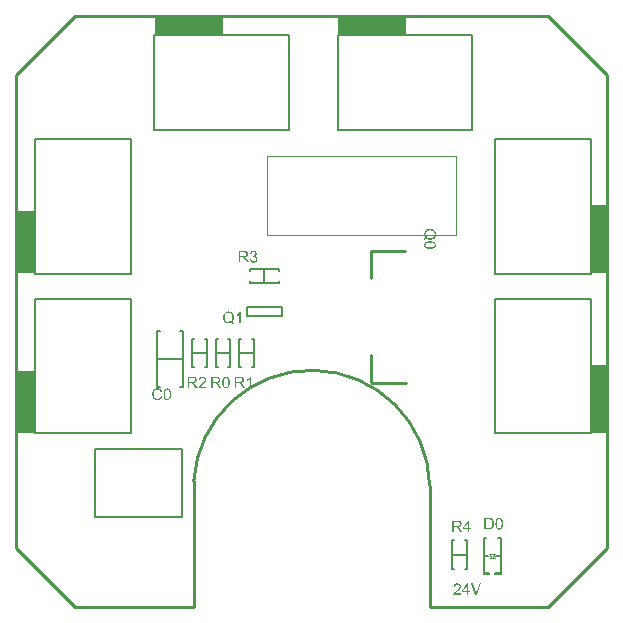
<source format=gto>
G04 Layer_Color=15065295*
%FSLAX44Y44*%
%MOMM*%
G71*
G01*
G75*
%ADD17C,0.2540*%
%ADD29C,0.1500*%
%ADD30C,0.1016*%
%ADD31C,0.1000*%
%ADD32C,0.2032*%
%ADD33C,0.2000*%
%ADD34R,5.8070X1.5630*%
%ADD35R,1.5630X5.3070*%
%ADD36R,1.5630X5.3070*%
%ADD37R,1.3230X5.8070*%
G36*
X169638Y194741D02*
X169765D01*
X170061Y194727D01*
X170371Y194685D01*
X170709Y194642D01*
X171019Y194572D01*
X171175Y194530D01*
X171301Y194487D01*
X171315D01*
X171330Y194473D01*
X171414Y194431D01*
X171541Y194375D01*
X171696Y194276D01*
X171865Y194149D01*
X172048Y193980D01*
X172218Y193782D01*
X172387Y193557D01*
Y193543D01*
X172401Y193529D01*
X172457Y193444D01*
X172514Y193303D01*
X172598Y193120D01*
X172669Y192908D01*
X172739Y192655D01*
X172782Y192387D01*
X172796Y192091D01*
Y192077D01*
Y192048D01*
Y191992D01*
X172782Y191922D01*
Y191823D01*
X172767Y191724D01*
X172711Y191485D01*
X172626Y191203D01*
X172514Y190907D01*
X172344Y190611D01*
X172232Y190470D01*
X172119Y190329D01*
X172105Y190315D01*
X172091Y190301D01*
X172048Y190258D01*
X171992Y190216D01*
X171922Y190159D01*
X171837Y190103D01*
X171724Y190033D01*
X171611Y189948D01*
X171471Y189878D01*
X171315Y189807D01*
X171146Y189722D01*
X170963Y189652D01*
X170752Y189596D01*
X170540Y189525D01*
X170301Y189483D01*
X170047Y189441D01*
X170075Y189426D01*
X170131Y189398D01*
X170216Y189342D01*
X170329Y189286D01*
X170582Y189130D01*
X170709Y189032D01*
X170822Y188947D01*
X170850Y188919D01*
X170921Y188848D01*
X171033Y188736D01*
X171175Y188595D01*
X171330Y188397D01*
X171513Y188186D01*
X171696Y187932D01*
X171893Y187650D01*
X173571Y185000D01*
X171964D01*
X170681Y187030D01*
Y187044D01*
X170653Y187072D01*
X170625Y187115D01*
X170582Y187171D01*
X170484Y187326D01*
X170357Y187523D01*
X170202Y187735D01*
X170047Y187960D01*
X169892Y188172D01*
X169751Y188369D01*
X169737Y188383D01*
X169694Y188440D01*
X169624Y188524D01*
X169525Y188623D01*
X169314Y188834D01*
X169201Y188933D01*
X169088Y189018D01*
X169074Y189032D01*
X169046Y189046D01*
X168990Y189074D01*
X168905Y189116D01*
X168820Y189159D01*
X168722Y189201D01*
X168496Y189271D01*
X168482D01*
X168454Y189286D01*
X168397D01*
X168327Y189300D01*
X168228Y189314D01*
X168115D01*
X167960Y189328D01*
X166297D01*
Y185000D01*
X165000D01*
Y194755D01*
X169525D01*
X169638Y194741D01*
D02*
G37*
G36*
X177800Y194783D02*
X177983Y194755D01*
X178195Y194713D01*
X178420Y194657D01*
X178660Y194586D01*
X178885Y194473D01*
X178900D01*
X178914Y194459D01*
X178984Y194417D01*
X179097Y194346D01*
X179238Y194248D01*
X179393Y194107D01*
X179562Y193952D01*
X179717Y193768D01*
X179872Y193557D01*
X179886Y193529D01*
X179943Y193458D01*
X179999Y193331D01*
X180098Y193148D01*
X180182Y192937D01*
X180295Y192697D01*
X180394Y192415D01*
X180478Y192105D01*
Y192091D01*
X180493Y192063D01*
X180507Y192020D01*
X180521Y191950D01*
X180535Y191865D01*
X180549Y191767D01*
X180577Y191640D01*
X180591Y191499D01*
X180620Y191344D01*
X180634Y191175D01*
X180648Y190977D01*
X180676Y190780D01*
X180690Y190554D01*
Y190329D01*
X180704Y190075D01*
Y189807D01*
Y189793D01*
Y189737D01*
Y189638D01*
Y189525D01*
X180690Y189370D01*
Y189201D01*
X180676Y189018D01*
X180662Y188820D01*
X180620Y188369D01*
X180549Y187904D01*
X180464Y187453D01*
X180408Y187241D01*
X180338Y187030D01*
Y187016D01*
X180323Y186988D01*
X180295Y186931D01*
X180267Y186861D01*
X180239Y186762D01*
X180182Y186663D01*
X180070Y186424D01*
X179929Y186170D01*
X179746Y185888D01*
X179534Y185634D01*
X179280Y185395D01*
X179266D01*
X179252Y185366D01*
X179210Y185338D01*
X179153Y185310D01*
X179083Y185268D01*
X179012Y185212D01*
X178801Y185113D01*
X178547Y185014D01*
X178251Y184915D01*
X177899Y184859D01*
X177518Y184831D01*
X177377D01*
X177278Y184845D01*
X177166Y184859D01*
X177025Y184887D01*
X176870Y184915D01*
X176700Y184958D01*
X176531Y185014D01*
X176348Y185070D01*
X176165Y185155D01*
X175982Y185254D01*
X175798Y185366D01*
X175615Y185508D01*
X175446Y185663D01*
X175291Y185832D01*
X175277Y185846D01*
X175249Y185888D01*
X175206Y185959D01*
X175136Y186071D01*
X175065Y186198D01*
X174995Y186367D01*
X174896Y186565D01*
X174811Y186790D01*
X174727Y187044D01*
X174642Y187340D01*
X174558Y187664D01*
X174487Y188031D01*
X174417Y188426D01*
X174375Y188848D01*
X174346Y189314D01*
X174332Y189807D01*
Y189821D01*
Y189878D01*
Y189976D01*
Y190089D01*
X174346Y190244D01*
Y190413D01*
X174360Y190597D01*
X174375Y190808D01*
X174417Y191245D01*
X174487Y191710D01*
X174572Y192175D01*
X174628Y192387D01*
X174685Y192598D01*
Y192612D01*
X174699Y192641D01*
X174727Y192697D01*
X174755Y192768D01*
X174783Y192866D01*
X174840Y192965D01*
X174953Y193204D01*
X175093Y193458D01*
X175277Y193726D01*
X175488Y193994D01*
X175742Y194219D01*
X175756D01*
X175770Y194248D01*
X175812Y194276D01*
X175869Y194304D01*
X175939Y194360D01*
X176024Y194403D01*
X176235Y194515D01*
X176489Y194614D01*
X176785Y194713D01*
X177138Y194769D01*
X177518Y194797D01*
X177645D01*
X177800Y194783D01*
D02*
G37*
G36*
X350583Y319916D02*
X350710D01*
X350865Y319902D01*
X351034Y319888D01*
X351217Y319860D01*
X351626Y319789D01*
X352063Y319690D01*
X352528Y319549D01*
X352980Y319352D01*
X352994Y319338D01*
X353036Y319324D01*
X353092Y319296D01*
X353177Y319239D01*
X353276Y319183D01*
X353388Y319112D01*
X353656Y318915D01*
X353938Y318689D01*
X354234Y318393D01*
X354530Y318069D01*
X354784Y317689D01*
X354798Y317675D01*
X354812Y317632D01*
X354840Y317576D01*
X354883Y317491D01*
X354925Y317393D01*
X354981Y317280D01*
X355038Y317139D01*
X355094Y316984D01*
X355150Y316800D01*
X355207Y316617D01*
X355306Y316208D01*
X355376Y315757D01*
X355404Y315518D01*
Y315264D01*
Y315250D01*
Y315208D01*
Y315137D01*
X355390Y315038D01*
Y314911D01*
X355376Y314785D01*
X355348Y314615D01*
X355320Y314446D01*
X355249Y314080D01*
X355136Y313657D01*
X354967Y313248D01*
X354869Y313037D01*
X354756Y312825D01*
X354742Y312811D01*
X354728Y312783D01*
X354685Y312726D01*
X354643Y312642D01*
X354573Y312557D01*
X354488Y312444D01*
X354291Y312205D01*
X354037Y311951D01*
X353727Y311669D01*
X353360Y311401D01*
X352951Y311176D01*
X352937D01*
X352895Y311148D01*
X352839Y311119D01*
X352754Y311091D01*
X352641Y311035D01*
X352514Y310993D01*
X352359Y310936D01*
X352190Y310880D01*
X352007Y310837D01*
X351810Y310781D01*
X351598Y310725D01*
X351373Y310682D01*
X350879Y310626D01*
X350358Y310598D01*
X350160D01*
X350047Y310612D01*
X349921D01*
X349780Y310626D01*
X349639Y310640D01*
X349300Y310682D01*
X348934Y310753D01*
X348553Y310837D01*
X348187Y310964D01*
X348172D01*
X348144Y310978D01*
X348088Y311007D01*
X348032Y311035D01*
X347947Y311077D01*
X347848Y311119D01*
X347623Y311232D01*
X347355Y311387D01*
X347073Y311585D01*
X346791Y311810D01*
X346509Y312064D01*
Y312050D01*
X346481Y312022D01*
X346453Y311979D01*
X346410Y311909D01*
X346354Y311838D01*
X346298Y311740D01*
X346171Y311528D01*
X346016Y311274D01*
X345861Y310993D01*
X345734Y310697D01*
X345607Y310415D01*
X344719Y310795D01*
Y310809D01*
X344733Y310837D01*
X344761Y310894D01*
X344789Y310978D01*
X344832Y311077D01*
X344888Y311190D01*
X344944Y311317D01*
X345015Y311458D01*
X345184Y311768D01*
X345381Y312120D01*
X345635Y312501D01*
X345917Y312896D01*
Y312910D01*
X345889Y312938D01*
X345861Y313008D01*
X345818Y313079D01*
X345776Y313192D01*
X345720Y313304D01*
X345677Y313445D01*
X345621Y313600D01*
X345565Y313770D01*
X345508Y313953D01*
X345410Y314362D01*
X345339Y314813D01*
X345325Y315052D01*
X345311Y315292D01*
Y315306D01*
Y315348D01*
Y315419D01*
X345325Y315518D01*
Y315630D01*
X345339Y315771D01*
X345367Y315926D01*
X345395Y316096D01*
X345466Y316462D01*
X345579Y316871D01*
X345734Y317294D01*
X345832Y317491D01*
X345945Y317703D01*
X345959Y317717D01*
X345973Y317745D01*
X346016Y317801D01*
X346058Y317872D01*
X346129Y317971D01*
X346213Y318069D01*
X346410Y318309D01*
X346664Y318577D01*
X346974Y318845D01*
X347327Y319112D01*
X347735Y319352D01*
X347750D01*
X347792Y319380D01*
X347848Y319408D01*
X347933Y319437D01*
X348046Y319479D01*
X348172Y319535D01*
X348328Y319592D01*
X348497Y319634D01*
X348680Y319690D01*
X348877Y319747D01*
X349089Y319789D01*
X349328Y319845D01*
X349822Y319902D01*
X350344Y319930D01*
X350484D01*
X350583Y319916D01*
D02*
G37*
G36*
X198843Y185000D02*
X197645D01*
Y192626D01*
X197631Y192612D01*
X197560Y192556D01*
X197476Y192471D01*
X197335Y192373D01*
X197180Y192246D01*
X196982Y192105D01*
X196757Y191950D01*
X196503Y191795D01*
X196489D01*
X196475Y191781D01*
X196390Y191724D01*
X196249Y191654D01*
X196080Y191569D01*
X195883Y191471D01*
X195671Y191372D01*
X195460Y191273D01*
X195249Y191189D01*
Y192344D01*
X195263D01*
X195291Y192373D01*
X195347Y192387D01*
X195418Y192429D01*
X195502Y192471D01*
X195601Y192528D01*
X195841Y192669D01*
X196122Y192824D01*
X196404Y193021D01*
X196700Y193247D01*
X196997Y193486D01*
X197011Y193500D01*
X197025Y193515D01*
X197067Y193557D01*
X197123Y193599D01*
X197250Y193740D01*
X197419Y193909D01*
X197589Y194107D01*
X197772Y194332D01*
X197927Y194558D01*
X198068Y194797D01*
X198843D01*
Y185000D01*
D02*
G37*
G36*
X189638Y194741D02*
X189765D01*
X190061Y194727D01*
X190371Y194685D01*
X190709Y194642D01*
X191019Y194572D01*
X191175Y194530D01*
X191301Y194487D01*
X191315D01*
X191330Y194473D01*
X191414Y194431D01*
X191541Y194375D01*
X191696Y194276D01*
X191865Y194149D01*
X192048Y193980D01*
X192218Y193782D01*
X192387Y193557D01*
Y193543D01*
X192401Y193529D01*
X192457Y193444D01*
X192514Y193303D01*
X192598Y193120D01*
X192669Y192908D01*
X192739Y192655D01*
X192782Y192387D01*
X192796Y192091D01*
Y192077D01*
Y192048D01*
Y191992D01*
X192782Y191922D01*
Y191823D01*
X192768Y191724D01*
X192711Y191485D01*
X192626Y191203D01*
X192514Y190907D01*
X192344Y190611D01*
X192232Y190470D01*
X192119Y190329D01*
X192105Y190315D01*
X192091Y190301D01*
X192048Y190258D01*
X191992Y190216D01*
X191922Y190159D01*
X191837Y190103D01*
X191724Y190033D01*
X191611Y189948D01*
X191471Y189878D01*
X191315Y189807D01*
X191146Y189722D01*
X190963Y189652D01*
X190752Y189596D01*
X190540Y189525D01*
X190301Y189483D01*
X190047Y189441D01*
X190075Y189426D01*
X190131Y189398D01*
X190216Y189342D01*
X190329Y189286D01*
X190582Y189130D01*
X190709Y189032D01*
X190822Y188947D01*
X190850Y188919D01*
X190921Y188848D01*
X191033Y188736D01*
X191175Y188595D01*
X191330Y188397D01*
X191513Y188186D01*
X191696Y187932D01*
X191893Y187650D01*
X193571Y185000D01*
X191964D01*
X190681Y187030D01*
Y187044D01*
X190653Y187072D01*
X190625Y187115D01*
X190582Y187171D01*
X190484Y187326D01*
X190357Y187523D01*
X190202Y187735D01*
X190047Y187960D01*
X189892Y188172D01*
X189751Y188369D01*
X189737Y188383D01*
X189694Y188440D01*
X189624Y188524D01*
X189525Y188623D01*
X189314Y188834D01*
X189201Y188933D01*
X189088Y189018D01*
X189074Y189032D01*
X189046Y189046D01*
X188990Y189074D01*
X188905Y189116D01*
X188820Y189159D01*
X188722Y189201D01*
X188496Y189271D01*
X188482D01*
X188454Y189286D01*
X188397D01*
X188327Y189300D01*
X188228Y189314D01*
X188115D01*
X187960Y189328D01*
X186297D01*
Y185000D01*
X185000D01*
Y194755D01*
X189525D01*
X189638Y194741D01*
D02*
G37*
G36*
X190084Y240000D02*
X188886D01*
Y247626D01*
X188871Y247612D01*
X188801Y247556D01*
X188716Y247471D01*
X188575Y247373D01*
X188420Y247246D01*
X188223Y247105D01*
X187997Y246950D01*
X187744Y246795D01*
X187730D01*
X187715Y246781D01*
X187631Y246724D01*
X187490Y246654D01*
X187321Y246569D01*
X187123Y246471D01*
X186912Y246372D01*
X186700Y246273D01*
X186489Y246189D01*
Y247344D01*
X186503D01*
X186531Y247373D01*
X186588Y247387D01*
X186658Y247429D01*
X186743Y247471D01*
X186842Y247528D01*
X187081Y247669D01*
X187363Y247824D01*
X187645Y248021D01*
X187941Y248247D01*
X188237Y248486D01*
X188251Y248500D01*
X188265Y248515D01*
X188308Y248557D01*
X188364Y248599D01*
X188491Y248740D01*
X188660Y248909D01*
X188829Y249107D01*
X189012Y249332D01*
X189167Y249558D01*
X189308Y249797D01*
X190084D01*
Y240000D01*
D02*
G37*
G36*
X409130Y75189D02*
X409313Y75161D01*
X409525Y75119D01*
X409750Y75062D01*
X409990Y74992D01*
X410216Y74879D01*
X410230D01*
X410244Y74865D01*
X410314Y74823D01*
X410427Y74752D01*
X410568Y74654D01*
X410723Y74513D01*
X410892Y74358D01*
X411047Y74174D01*
X411202Y73963D01*
X411217Y73935D01*
X411273Y73864D01*
X411329Y73737D01*
X411428Y73554D01*
X411513Y73343D01*
X411625Y73103D01*
X411724Y72821D01*
X411809Y72511D01*
Y72497D01*
X411823Y72469D01*
X411837Y72426D01*
X411851Y72356D01*
X411865Y72271D01*
X411879Y72173D01*
X411907Y72046D01*
X411921Y71905D01*
X411950Y71750D01*
X411964Y71581D01*
X411978Y71383D01*
X412006Y71186D01*
X412020Y70960D01*
Y70735D01*
X412034Y70481D01*
Y70213D01*
Y70199D01*
Y70143D01*
Y70044D01*
Y69931D01*
X412020Y69776D01*
Y69607D01*
X412006Y69424D01*
X411992Y69226D01*
X411950Y68775D01*
X411879Y68310D01*
X411795Y67859D01*
X411738Y67647D01*
X411668Y67436D01*
Y67422D01*
X411654Y67394D01*
X411625Y67337D01*
X411597Y67267D01*
X411569Y67168D01*
X411513Y67069D01*
X411400Y66830D01*
X411259Y66576D01*
X411076Y66294D01*
X410864Y66040D01*
X410610Y65801D01*
X410596D01*
X410582Y65773D01*
X410540Y65744D01*
X410484Y65716D01*
X410413Y65674D01*
X410342Y65617D01*
X410131Y65519D01*
X409877Y65420D01*
X409581Y65321D01*
X409229Y65265D01*
X408848Y65237D01*
X408707D01*
X408609Y65251D01*
X408496Y65265D01*
X408355Y65293D01*
X408200Y65321D01*
X408031Y65364D01*
X407861Y65420D01*
X407678Y65476D01*
X407495Y65561D01*
X407312Y65660D01*
X407128Y65773D01*
X406945Y65914D01*
X406776Y66069D01*
X406621Y66238D01*
X406607Y66252D01*
X406579Y66294D01*
X406536Y66365D01*
X406466Y66477D01*
X406395Y66604D01*
X406325Y66773D01*
X406226Y66971D01*
X406142Y67196D01*
X406057Y67450D01*
X405972Y67746D01*
X405888Y68070D01*
X405817Y68437D01*
X405747Y68832D01*
X405705Y69254D01*
X405676Y69720D01*
X405662Y70213D01*
Y70227D01*
Y70284D01*
Y70382D01*
Y70495D01*
X405676Y70650D01*
Y70819D01*
X405690Y71002D01*
X405705Y71214D01*
X405747Y71651D01*
X405817Y72116D01*
X405902Y72581D01*
X405958Y72793D01*
X406015Y73004D01*
Y73018D01*
X406029Y73047D01*
X406057Y73103D01*
X406085Y73173D01*
X406113Y73272D01*
X406170Y73371D01*
X406283Y73610D01*
X406423Y73864D01*
X406607Y74132D01*
X406818Y74400D01*
X407072Y74625D01*
X407086D01*
X407100Y74654D01*
X407142Y74682D01*
X407199Y74710D01*
X407269Y74766D01*
X407354Y74809D01*
X407565Y74921D01*
X407819Y75020D01*
X408115Y75119D01*
X408468Y75175D01*
X408848Y75203D01*
X408975D01*
X409130Y75189D01*
D02*
G37*
G36*
X119835Y184910D02*
X119962Y184896D01*
X120117Y184882D01*
X120272Y184868D01*
X120456Y184826D01*
X120836Y184741D01*
X121259Y184614D01*
X121470Y184530D01*
X121668Y184431D01*
X121865Y184304D01*
X122063Y184177D01*
X122077Y184163D01*
X122105Y184149D01*
X122161Y184107D01*
X122232Y184036D01*
X122302Y183966D01*
X122401Y183867D01*
X122500Y183754D01*
X122612Y183641D01*
X122725Y183500D01*
X122838Y183331D01*
X122965Y183162D01*
X123078Y182979D01*
X123176Y182768D01*
X123289Y182556D01*
X123374Y182330D01*
X123458Y182077D01*
X122190Y181781D01*
Y181795D01*
X122175Y181823D01*
X122147Y181879D01*
X122119Y181950D01*
X122091Y182034D01*
X122049Y182147D01*
X121936Y182373D01*
X121795Y182626D01*
X121626Y182880D01*
X121414Y183120D01*
X121189Y183331D01*
X121160Y183360D01*
X121076Y183416D01*
X120935Y183486D01*
X120752Y183585D01*
X120512Y183670D01*
X120244Y183754D01*
X119920Y183811D01*
X119567Y183825D01*
X119455D01*
X119384Y183811D01*
X119285D01*
X119173Y183797D01*
X118905Y183754D01*
X118609Y183698D01*
X118299Y183599D01*
X117975Y183458D01*
X117678Y183275D01*
X117664D01*
X117650Y183247D01*
X117552Y183176D01*
X117425Y183064D01*
X117270Y182894D01*
X117086Y182683D01*
X116917Y182443D01*
X116762Y182147D01*
X116621Y181823D01*
Y181809D01*
X116607Y181781D01*
X116593Y181738D01*
X116579Y181668D01*
X116551Y181583D01*
X116523Y181485D01*
X116480Y181245D01*
X116424Y180963D01*
X116367Y180653D01*
X116339Y180315D01*
X116325Y179948D01*
Y179934D01*
Y179892D01*
Y179821D01*
Y179737D01*
X116339Y179638D01*
Y179511D01*
X116353Y179370D01*
X116367Y179215D01*
X116410Y178877D01*
X116480Y178510D01*
X116565Y178144D01*
X116678Y177777D01*
Y177763D01*
X116692Y177735D01*
X116720Y177693D01*
X116748Y177622D01*
X116833Y177453D01*
X116959Y177255D01*
X117114Y177030D01*
X117312Y176790D01*
X117537Y176579D01*
X117805Y176381D01*
X117819D01*
X117848Y176367D01*
X117890Y176339D01*
X117946Y176311D01*
X118017Y176283D01*
X118101Y176241D01*
X118299Y176156D01*
X118552Y176071D01*
X118834Y176001D01*
X119144Y175944D01*
X119469Y175930D01*
X119567D01*
X119652Y175944D01*
X119751D01*
X119849Y175959D01*
X120103Y176015D01*
X120399Y176085D01*
X120695Y176198D01*
X121005Y176353D01*
X121160Y176438D01*
X121301Y176551D01*
X121315Y176565D01*
X121330Y176579D01*
X121372Y176621D01*
X121428Y176663D01*
X121485Y176734D01*
X121555Y176819D01*
X121640Y176903D01*
X121710Y177016D01*
X121795Y177143D01*
X121893Y177284D01*
X121978Y177425D01*
X122063Y177594D01*
X122133Y177777D01*
X122204Y177974D01*
X122274Y178186D01*
X122330Y178412D01*
X123627Y178087D01*
Y178073D01*
X123613Y178017D01*
X123585Y177932D01*
X123543Y177819D01*
X123500Y177693D01*
X123444Y177537D01*
X123374Y177368D01*
X123289Y177185D01*
X123092Y176790D01*
X122838Y176396D01*
X122683Y176198D01*
X122528Y176001D01*
X122359Y175832D01*
X122161Y175663D01*
X122147Y175648D01*
X122119Y175620D01*
X122049Y175592D01*
X121978Y175536D01*
X121865Y175465D01*
X121753Y175395D01*
X121597Y175324D01*
X121442Y175254D01*
X121259Y175169D01*
X121062Y175099D01*
X120850Y175028D01*
X120625Y174958D01*
X120385Y174901D01*
X120131Y174873D01*
X119864Y174845D01*
X119581Y174831D01*
X119426D01*
X119314Y174845D01*
X119187D01*
X119032Y174859D01*
X118863Y174887D01*
X118665Y174915D01*
X118256Y174986D01*
X117833Y175099D01*
X117411Y175254D01*
X117213Y175352D01*
X117016Y175465D01*
X117002Y175479D01*
X116974Y175493D01*
X116917Y175536D01*
X116861Y175592D01*
X116776Y175648D01*
X116678Y175733D01*
X116565Y175832D01*
X116452Y175944D01*
X116339Y176071D01*
X116212Y176198D01*
X115959Y176523D01*
X115719Y176903D01*
X115507Y177326D01*
Y177340D01*
X115479Y177382D01*
X115465Y177453D01*
X115423Y177537D01*
X115395Y177650D01*
X115352Y177791D01*
X115296Y177946D01*
X115254Y178115D01*
X115211Y178299D01*
X115155Y178510D01*
X115085Y178947D01*
X115028Y179441D01*
X115000Y179948D01*
Y179962D01*
Y180019D01*
Y180103D01*
X115014Y180202D01*
Y180343D01*
X115028Y180484D01*
X115042Y180667D01*
X115070Y180850D01*
X115141Y181259D01*
X115240Y181710D01*
X115381Y182161D01*
X115578Y182598D01*
X115592Y182612D01*
X115606Y182655D01*
X115634Y182711D01*
X115691Y182782D01*
X115747Y182880D01*
X115818Y182993D01*
X116001Y183247D01*
X116241Y183529D01*
X116523Y183811D01*
X116847Y184093D01*
X117227Y184332D01*
X117241Y184346D01*
X117284Y184360D01*
X117340Y184389D01*
X117411Y184431D01*
X117523Y184473D01*
X117636Y184515D01*
X117777Y184572D01*
X117932Y184628D01*
X118101Y184685D01*
X118285Y184741D01*
X118679Y184826D01*
X119130Y184896D01*
X119596Y184924D01*
X119737D01*
X119835Y184910D01*
D02*
G37*
G36*
X400320Y75147D02*
X400602Y75133D01*
X400883Y75105D01*
X401165Y75062D01*
X401405Y75020D01*
X401419D01*
X401447Y75006D01*
X401490D01*
X401546Y74978D01*
X401701Y74936D01*
X401898Y74865D01*
X402124Y74766D01*
X402364Y74640D01*
X402603Y74499D01*
X402829Y74315D01*
X402843Y74301D01*
X402857Y74287D01*
X402899Y74245D01*
X402956Y74202D01*
X403097Y74061D01*
X403266Y73864D01*
X403449Y73625D01*
X403646Y73343D01*
X403830Y73018D01*
X403985Y72652D01*
Y72638D01*
X403999Y72610D01*
X404027Y72553D01*
X404041Y72469D01*
X404083Y72370D01*
X404112Y72257D01*
X404140Y72130D01*
X404182Y71975D01*
X404224Y71820D01*
X404253Y71637D01*
X404323Y71242D01*
X404365Y70805D01*
X404380Y70326D01*
Y70312D01*
Y70284D01*
Y70213D01*
Y70143D01*
X404365Y70044D01*
Y69931D01*
X404351Y69663D01*
X404309Y69353D01*
X404267Y69029D01*
X404196Y68691D01*
X404112Y68352D01*
Y68338D01*
X404098Y68310D01*
X404083Y68268D01*
X404069Y68211D01*
X404013Y68056D01*
X403928Y67859D01*
X403844Y67633D01*
X403731Y67408D01*
X403590Y67168D01*
X403449Y66943D01*
X403435Y66914D01*
X403379Y66844D01*
X403294Y66745D01*
X403181Y66618D01*
X403054Y66477D01*
X402899Y66336D01*
X402744Y66181D01*
X402561Y66055D01*
X402533Y66040D01*
X402476Y65998D01*
X402378Y65942D01*
X402237Y65871D01*
X402068Y65787D01*
X401870Y65716D01*
X401645Y65631D01*
X401391Y65561D01*
X401363D01*
X401320Y65547D01*
X401278Y65533D01*
X401137Y65519D01*
X400940Y65491D01*
X400714Y65462D01*
X400446Y65434D01*
X400150Y65420D01*
X399826Y65406D01*
X396316D01*
Y75161D01*
X400066D01*
X400320Y75147D01*
D02*
G37*
G36*
X179892Y249910D02*
X180019D01*
X180145Y249896D01*
X180315Y249868D01*
X180484Y249840D01*
X180850Y249769D01*
X181273Y249656D01*
X181682Y249487D01*
X181893Y249389D01*
X182105Y249276D01*
X182119Y249262D01*
X182147Y249248D01*
X182204Y249205D01*
X182288Y249163D01*
X182373Y249093D01*
X182486Y249008D01*
X182725Y248811D01*
X182979Y248557D01*
X183261Y248247D01*
X183529Y247880D01*
X183754Y247471D01*
Y247457D01*
X183782Y247415D01*
X183811Y247359D01*
X183839Y247274D01*
X183895Y247161D01*
X183937Y247034D01*
X183994Y246879D01*
X184050Y246710D01*
X184093Y246527D01*
X184149Y246330D01*
X184205Y246118D01*
X184248Y245893D01*
X184304Y245399D01*
X184332Y244878D01*
Y244863D01*
Y244821D01*
Y244765D01*
Y244680D01*
X184318Y244567D01*
Y244441D01*
X184304Y244300D01*
X184290Y244159D01*
X184248Y243820D01*
X184177Y243454D01*
X184093Y243073D01*
X183966Y242707D01*
Y242693D01*
X183952Y242664D01*
X183923Y242608D01*
X183895Y242552D01*
X183853Y242467D01*
X183811Y242368D01*
X183698Y242143D01*
X183543Y241875D01*
X183345Y241593D01*
X183120Y241311D01*
X182866Y241029D01*
X182880D01*
X182908Y241001D01*
X182951Y240973D01*
X183021Y240930D01*
X183092Y240874D01*
X183190Y240818D01*
X183402Y240691D01*
X183656Y240536D01*
X183937Y240381D01*
X184233Y240254D01*
X184515Y240127D01*
X184135Y239239D01*
X184121D01*
X184093Y239253D01*
X184036Y239281D01*
X183952Y239309D01*
X183853Y239352D01*
X183740Y239408D01*
X183613Y239464D01*
X183472Y239535D01*
X183162Y239704D01*
X182810Y239901D01*
X182429Y240155D01*
X182034Y240437D01*
X182020D01*
X181992Y240409D01*
X181922Y240381D01*
X181851Y240338D01*
X181738Y240296D01*
X181626Y240240D01*
X181485Y240197D01*
X181330Y240141D01*
X181160Y240085D01*
X180977Y240028D01*
X180568Y239930D01*
X180117Y239859D01*
X179878Y239845D01*
X179638Y239831D01*
X179511D01*
X179412Y239845D01*
X179300D01*
X179159Y239859D01*
X179004Y239887D01*
X178834Y239915D01*
X178468Y239986D01*
X178059Y240099D01*
X177636Y240254D01*
X177439Y240352D01*
X177227Y240465D01*
X177213Y240479D01*
X177185Y240493D01*
X177129Y240536D01*
X177058Y240578D01*
X176959Y240648D01*
X176861Y240733D01*
X176621Y240930D01*
X176353Y241184D01*
X176085Y241494D01*
X175818Y241847D01*
X175578Y242255D01*
Y242270D01*
X175550Y242312D01*
X175522Y242368D01*
X175493Y242453D01*
X175451Y242566D01*
X175395Y242693D01*
X175338Y242848D01*
X175296Y243017D01*
X175240Y243200D01*
X175183Y243397D01*
X175141Y243609D01*
X175085Y243848D01*
X175028Y244342D01*
X175000Y244863D01*
Y244878D01*
Y244934D01*
Y245004D01*
X175014Y245103D01*
Y245230D01*
X175028Y245385D01*
X175042Y245554D01*
X175070Y245737D01*
X175141Y246146D01*
X175240Y246583D01*
X175381Y247048D01*
X175578Y247500D01*
X175592Y247514D01*
X175606Y247556D01*
X175634Y247612D01*
X175691Y247697D01*
X175747Y247796D01*
X175818Y247908D01*
X176015Y248176D01*
X176241Y248458D01*
X176537Y248754D01*
X176861Y249050D01*
X177241Y249304D01*
X177255Y249318D01*
X177298Y249332D01*
X177354Y249360D01*
X177439Y249403D01*
X177537Y249445D01*
X177650Y249501D01*
X177791Y249558D01*
X177946Y249614D01*
X178130Y249671D01*
X178313Y249727D01*
X178722Y249826D01*
X179173Y249896D01*
X179412Y249924D01*
X179793D01*
X179892Y249910D01*
D02*
G37*
G36*
X128195Y184783D02*
X128378Y184755D01*
X128589Y184713D01*
X128815Y184657D01*
X129055Y184586D01*
X129280Y184473D01*
X129294D01*
X129309Y184459D01*
X129379Y184417D01*
X129492Y184346D01*
X129633Y184248D01*
X129788Y184107D01*
X129957Y183952D01*
X130112Y183768D01*
X130267Y183557D01*
X130281Y183529D01*
X130337Y183458D01*
X130394Y183331D01*
X130493Y183148D01*
X130577Y182937D01*
X130690Y182697D01*
X130789Y182415D01*
X130873Y182105D01*
Y182091D01*
X130887Y182063D01*
X130901Y182020D01*
X130915Y181950D01*
X130930Y181865D01*
X130944Y181767D01*
X130972Y181640D01*
X130986Y181499D01*
X131014Y181344D01*
X131028Y181175D01*
X131042Y180977D01*
X131071Y180780D01*
X131085Y180554D01*
Y180329D01*
X131099Y180075D01*
Y179807D01*
Y179793D01*
Y179737D01*
Y179638D01*
Y179525D01*
X131085Y179370D01*
Y179201D01*
X131071Y179018D01*
X131056Y178820D01*
X131014Y178369D01*
X130944Y177904D01*
X130859Y177453D01*
X130803Y177241D01*
X130732Y177030D01*
Y177016D01*
X130718Y176988D01*
X130690Y176931D01*
X130662Y176861D01*
X130634Y176762D01*
X130577Y176663D01*
X130464Y176424D01*
X130323Y176170D01*
X130140Y175888D01*
X129929Y175634D01*
X129675Y175395D01*
X129661D01*
X129647Y175366D01*
X129605Y175338D01*
X129548Y175310D01*
X129478Y175268D01*
X129407Y175212D01*
X129196Y175113D01*
X128942Y175014D01*
X128646Y174915D01*
X128294Y174859D01*
X127913Y174831D01*
X127772D01*
X127673Y174845D01*
X127560Y174859D01*
X127420Y174887D01*
X127264Y174915D01*
X127095Y174958D01*
X126926Y175014D01*
X126743Y175070D01*
X126559Y175155D01*
X126376Y175254D01*
X126193Y175366D01*
X126010Y175508D01*
X125841Y175663D01*
X125686Y175832D01*
X125671Y175846D01*
X125643Y175888D01*
X125601Y175959D01*
X125531Y176071D01*
X125460Y176198D01*
X125389Y176367D01*
X125291Y176565D01*
X125206Y176790D01*
X125122Y177044D01*
X125037Y177340D01*
X124952Y177664D01*
X124882Y178031D01*
X124811Y178426D01*
X124769Y178848D01*
X124741Y179314D01*
X124727Y179807D01*
Y179821D01*
Y179878D01*
Y179976D01*
Y180089D01*
X124741Y180244D01*
Y180413D01*
X124755Y180597D01*
X124769Y180808D01*
X124811Y181245D01*
X124882Y181710D01*
X124967Y182175D01*
X125023Y182387D01*
X125079Y182598D01*
Y182612D01*
X125093Y182641D01*
X125122Y182697D01*
X125150Y182768D01*
X125178Y182866D01*
X125234Y182965D01*
X125347Y183204D01*
X125488Y183458D01*
X125671Y183726D01*
X125883Y183994D01*
X126137Y184219D01*
X126151D01*
X126165Y184248D01*
X126207Y184276D01*
X126264Y184304D01*
X126334Y184360D01*
X126419Y184403D01*
X126630Y184515D01*
X126884Y184614D01*
X127180Y184713D01*
X127532Y184769D01*
X127913Y184797D01*
X128040D01*
X128195Y184783D01*
D02*
G37*
G36*
X383503Y66560D02*
X384828D01*
Y65460D01*
X383503D01*
Y63120D01*
X382305D01*
Y65460D01*
X378061D01*
Y66560D01*
X382530Y72875D01*
X383503D01*
Y66560D01*
D02*
G37*
G36*
X193048Y301171D02*
X193175D01*
X193471Y301157D01*
X193781Y301115D01*
X194119Y301072D01*
X194429Y301002D01*
X194585Y300960D01*
X194711Y300917D01*
X194725D01*
X194740Y300903D01*
X194824Y300861D01*
X194951Y300805D01*
X195106Y300706D01*
X195275Y300579D01*
X195459Y300410D01*
X195628Y300212D01*
X195797Y299987D01*
Y299973D01*
X195811Y299959D01*
X195867Y299874D01*
X195924Y299733D01*
X196008Y299550D01*
X196079Y299338D01*
X196149Y299085D01*
X196192Y298817D01*
X196206Y298521D01*
Y298507D01*
Y298479D01*
Y298422D01*
X196192Y298352D01*
Y298253D01*
X196178Y298154D01*
X196121Y297915D01*
X196036Y297633D01*
X195924Y297337D01*
X195755Y297041D01*
X195642Y296900D01*
X195529Y296759D01*
X195515Y296745D01*
X195501Y296730D01*
X195459Y296688D01*
X195402Y296646D01*
X195332Y296590D01*
X195247Y296533D01*
X195134Y296463D01*
X195021Y296378D01*
X194881Y296308D01*
X194725Y296237D01*
X194556Y296152D01*
X194373Y296082D01*
X194162Y296026D01*
X193950Y295955D01*
X193710Y295913D01*
X193457Y295871D01*
X193485Y295856D01*
X193541Y295828D01*
X193626Y295772D01*
X193739Y295716D01*
X193992Y295560D01*
X194119Y295462D01*
X194232Y295377D01*
X194260Y295349D01*
X194331Y295278D01*
X194443Y295166D01*
X194585Y295025D01*
X194740Y294827D01*
X194923Y294616D01*
X195106Y294362D01*
X195303Y294080D01*
X196981Y291430D01*
X195374D01*
X194091Y293460D01*
Y293474D01*
X194063Y293502D01*
X194035Y293545D01*
X193992Y293601D01*
X193894Y293756D01*
X193767Y293953D01*
X193612Y294165D01*
X193457Y294390D01*
X193302Y294602D01*
X193161Y294799D01*
X193147Y294813D01*
X193104Y294870D01*
X193034Y294954D01*
X192935Y295053D01*
X192724Y295264D01*
X192611Y295363D01*
X192498Y295448D01*
X192484Y295462D01*
X192456Y295476D01*
X192400Y295504D01*
X192315Y295546D01*
X192230Y295589D01*
X192132Y295631D01*
X191906Y295701D01*
X191892D01*
X191864Y295716D01*
X191807D01*
X191737Y295730D01*
X191638Y295744D01*
X191525D01*
X191370Y295758D01*
X189707D01*
Y291430D01*
X188410D01*
Y301185D01*
X192935D01*
X193048Y301171D01*
D02*
G37*
G36*
X389961Y10000D02*
X388608D01*
X384830Y19755D01*
X386240D01*
X388777Y12664D01*
Y12650D01*
X388791Y12622D01*
X388805Y12580D01*
X388834Y12523D01*
X388848Y12439D01*
X388876Y12354D01*
X388946Y12143D01*
X389031Y11903D01*
X389115Y11635D01*
X389285Y11071D01*
Y11085D01*
X389299Y11114D01*
X389313Y11156D01*
X389327Y11212D01*
X389369Y11367D01*
X389440Y11579D01*
X389510Y11818D01*
X389595Y12086D01*
X389693Y12368D01*
X389806Y12664D01*
X392457Y19755D01*
X393768D01*
X389961Y10000D01*
D02*
G37*
G36*
X373776Y72861D02*
X373903D01*
X374199Y72847D01*
X374509Y72805D01*
X374847Y72762D01*
X375157Y72692D01*
X375312Y72650D01*
X375439Y72607D01*
X375453D01*
X375467Y72593D01*
X375552Y72551D01*
X375679Y72495D01*
X375834Y72396D01*
X376003Y72269D01*
X376186Y72100D01*
X376356Y71902D01*
X376525Y71677D01*
Y71663D01*
X376539Y71649D01*
X376595Y71564D01*
X376652Y71423D01*
X376736Y71240D01*
X376807Y71028D01*
X376877Y70775D01*
X376920Y70507D01*
X376934Y70211D01*
Y70197D01*
Y70168D01*
Y70112D01*
X376920Y70042D01*
Y69943D01*
X376905Y69844D01*
X376849Y69605D01*
X376764Y69323D01*
X376652Y69027D01*
X376483Y68731D01*
X376370Y68590D01*
X376257Y68449D01*
X376243Y68435D01*
X376229Y68421D01*
X376186Y68378D01*
X376130Y68336D01*
X376060Y68280D01*
X375975Y68223D01*
X375862Y68153D01*
X375750Y68068D01*
X375608Y67998D01*
X375453Y67927D01*
X375284Y67842D01*
X375101Y67772D01*
X374890Y67716D01*
X374678Y67645D01*
X374439Y67603D01*
X374185Y67561D01*
X374213Y67546D01*
X374269Y67518D01*
X374354Y67462D01*
X374467Y67406D01*
X374720Y67250D01*
X374847Y67152D01*
X374960Y67067D01*
X374988Y67039D01*
X375059Y66968D01*
X375172Y66856D01*
X375312Y66715D01*
X375467Y66517D01*
X375651Y66306D01*
X375834Y66052D01*
X376031Y65770D01*
X377709Y63120D01*
X376102D01*
X374819Y65150D01*
Y65164D01*
X374791Y65192D01*
X374763Y65234D01*
X374720Y65291D01*
X374622Y65446D01*
X374495Y65643D01*
X374340Y65855D01*
X374185Y66080D01*
X374030Y66292D01*
X373889Y66489D01*
X373875Y66503D01*
X373832Y66560D01*
X373762Y66644D01*
X373663Y66743D01*
X373452Y66954D01*
X373339Y67053D01*
X373226Y67138D01*
X373212Y67152D01*
X373184Y67166D01*
X373127Y67194D01*
X373043Y67236D01*
X372958Y67279D01*
X372860Y67321D01*
X372634Y67391D01*
X372620D01*
X372592Y67406D01*
X372535D01*
X372465Y67420D01*
X372366Y67434D01*
X372253D01*
X372098Y67448D01*
X370435D01*
Y63120D01*
X369138D01*
Y72875D01*
X373663D01*
X373776Y72861D01*
D02*
G37*
G36*
X201097Y301213D02*
X201281Y301185D01*
X201506Y301143D01*
X201760Y301072D01*
X202014Y300988D01*
X202267Y300875D01*
X202281D01*
X202296Y300861D01*
X202380Y300819D01*
X202507Y300734D01*
X202648Y300635D01*
X202817Y300494D01*
X202986Y300339D01*
X203155Y300156D01*
X203296Y299945D01*
X203311Y299916D01*
X203353Y299846D01*
X203409Y299719D01*
X203480Y299564D01*
X203550Y299381D01*
X203607Y299169D01*
X203649Y298930D01*
X203663Y298690D01*
Y298662D01*
Y298577D01*
X203649Y298464D01*
X203621Y298309D01*
X203578Y298126D01*
X203508Y297929D01*
X203423Y297731D01*
X203311Y297534D01*
X203296Y297506D01*
X203254Y297449D01*
X203170Y297351D01*
X203057Y297238D01*
X202916Y297111D01*
X202747Y296970D01*
X202549Y296843D01*
X202310Y296716D01*
X202324D01*
X202352Y296702D01*
X202394Y296688D01*
X202451Y296674D01*
X202606Y296618D01*
X202803Y296533D01*
X203029Y296420D01*
X203254Y296279D01*
X203466Y296096D01*
X203663Y295885D01*
X203677Y295856D01*
X203734Y295772D01*
X203818Y295631D01*
X203903Y295448D01*
X203987Y295222D01*
X204072Y294954D01*
X204128Y294644D01*
X204142Y294306D01*
Y294292D01*
Y294249D01*
Y294179D01*
X204128Y294094D01*
X204114Y293982D01*
X204086Y293855D01*
X204058Y293714D01*
X204030Y293559D01*
X203917Y293220D01*
X203832Y293037D01*
X203748Y292868D01*
X203635Y292685D01*
X203508Y292501D01*
X203367Y292318D01*
X203198Y292149D01*
X203184Y292135D01*
X203155Y292107D01*
X203099Y292064D01*
X203029Y292008D01*
X202944Y291938D01*
X202831Y291867D01*
X202704Y291782D01*
X202549Y291712D01*
X202394Y291627D01*
X202211Y291543D01*
X202028Y291472D01*
X201816Y291402D01*
X201591Y291345D01*
X201351Y291303D01*
X201111Y291275D01*
X200844Y291261D01*
X200717D01*
X200632Y291275D01*
X200519Y291289D01*
X200392Y291303D01*
X200252Y291331D01*
X200096Y291360D01*
X199758Y291444D01*
X199406Y291585D01*
X199222Y291670D01*
X199053Y291768D01*
X198884Y291895D01*
X198715Y292022D01*
X198701Y292036D01*
X198673Y292064D01*
X198630Y292107D01*
X198588Y292163D01*
X198518Y292234D01*
X198447Y292332D01*
X198363Y292431D01*
X198278Y292558D01*
X198193Y292699D01*
X198109Y292840D01*
X197954Y293178D01*
X197827Y293573D01*
X197785Y293784D01*
X197756Y294010D01*
X198955Y294165D01*
Y294151D01*
X198969Y294123D01*
X198983Y294066D01*
X198997Y293996D01*
X199011Y293911D01*
X199039Y293812D01*
X199110Y293601D01*
X199208Y293347D01*
X199335Y293107D01*
X199476Y292882D01*
X199645Y292685D01*
X199674Y292670D01*
X199730Y292614D01*
X199843Y292544D01*
X199984Y292473D01*
X200153Y292389D01*
X200364Y292318D01*
X200604Y292262D01*
X200858Y292248D01*
X200942D01*
X200999Y292262D01*
X201154Y292276D01*
X201351Y292318D01*
X201577Y292389D01*
X201816Y292487D01*
X202056Y292628D01*
X202281Y292826D01*
X202310Y292854D01*
X202380Y292938D01*
X202465Y293065D01*
X202577Y293234D01*
X202690Y293446D01*
X202775Y293685D01*
X202845Y293967D01*
X202873Y294278D01*
Y294292D01*
Y294320D01*
Y294362D01*
X202859Y294419D01*
X202845Y294574D01*
X202803Y294757D01*
X202747Y294982D01*
X202648Y295208D01*
X202507Y295434D01*
X202324Y295645D01*
X202296Y295673D01*
X202225Y295730D01*
X202112Y295814D01*
X201957Y295913D01*
X201760Y296012D01*
X201520Y296096D01*
X201252Y296152D01*
X200956Y296181D01*
X200830D01*
X200731Y296167D01*
X200604Y296152D01*
X200463Y296124D01*
X200294Y296096D01*
X200110Y296054D01*
X200252Y297111D01*
X200322D01*
X200378Y297097D01*
X200562D01*
X200717Y297125D01*
X200900Y297153D01*
X201111Y297196D01*
X201351Y297266D01*
X201577Y297365D01*
X201816Y297492D01*
X201830D01*
X201845Y297506D01*
X201915Y297562D01*
X202014Y297661D01*
X202126Y297788D01*
X202239Y297971D01*
X202338Y298183D01*
X202408Y298422D01*
X202437Y298563D01*
Y298718D01*
Y298732D01*
Y298746D01*
Y298831D01*
X202408Y298944D01*
X202380Y299099D01*
X202324Y299268D01*
X202253Y299451D01*
X202141Y299634D01*
X201985Y299804D01*
X201971Y299818D01*
X201901Y299874D01*
X201802Y299945D01*
X201675Y300029D01*
X201506Y300100D01*
X201309Y300170D01*
X201083Y300226D01*
X200830Y300241D01*
X200717D01*
X200590Y300212D01*
X200421Y300184D01*
X200237Y300128D01*
X200054Y300057D01*
X199857Y299945D01*
X199674Y299804D01*
X199659Y299790D01*
X199603Y299719D01*
X199518Y299620D01*
X199420Y299479D01*
X199321Y299296D01*
X199222Y299071D01*
X199138Y298803D01*
X199081Y298493D01*
X197883Y298704D01*
Y298718D01*
X197897Y298760D01*
X197911Y298817D01*
X197925Y298901D01*
X197954Y299000D01*
X197996Y299113D01*
X198081Y299381D01*
X198221Y299691D01*
X198391Y300001D01*
X198602Y300297D01*
X198870Y300565D01*
X198884Y300579D01*
X198912Y300593D01*
X198955Y300621D01*
X199011Y300664D01*
X199081Y300720D01*
X199180Y300776D01*
X199279Y300833D01*
X199406Y300903D01*
X199688Y301016D01*
X200012Y301129D01*
X200392Y301199D01*
X200590Y301227D01*
X200942D01*
X201097Y301213D01*
D02*
G37*
G36*
X149638Y194741D02*
X149765D01*
X150061Y194727D01*
X150371Y194685D01*
X150709Y194642D01*
X151019Y194572D01*
X151174Y194530D01*
X151301Y194487D01*
X151315D01*
X151329Y194473D01*
X151414Y194431D01*
X151541Y194375D01*
X151696Y194276D01*
X151865Y194149D01*
X152049Y193980D01*
X152218Y193782D01*
X152387Y193557D01*
Y193543D01*
X152401Y193529D01*
X152457Y193444D01*
X152514Y193303D01*
X152598Y193120D01*
X152669Y192908D01*
X152739Y192655D01*
X152781Y192387D01*
X152796Y192091D01*
Y192077D01*
Y192048D01*
Y191992D01*
X152781Y191922D01*
Y191823D01*
X152767Y191724D01*
X152711Y191485D01*
X152626Y191203D01*
X152514Y190907D01*
X152345Y190611D01*
X152232Y190470D01*
X152119Y190329D01*
X152105Y190315D01*
X152091Y190301D01*
X152049Y190258D01*
X151992Y190216D01*
X151922Y190159D01*
X151837Y190103D01*
X151724Y190033D01*
X151611Y189948D01*
X151470Y189878D01*
X151315Y189807D01*
X151146Y189722D01*
X150963Y189652D01*
X150752Y189596D01*
X150540Y189525D01*
X150301Y189483D01*
X150047Y189441D01*
X150075Y189426D01*
X150131Y189398D01*
X150216Y189342D01*
X150329Y189286D01*
X150582Y189130D01*
X150709Y189032D01*
X150822Y188947D01*
X150850Y188919D01*
X150921Y188848D01*
X151033Y188736D01*
X151174Y188595D01*
X151329Y188397D01*
X151513Y188186D01*
X151696Y187932D01*
X151893Y187650D01*
X153571Y185000D01*
X151964D01*
X150681Y187030D01*
Y187044D01*
X150653Y187072D01*
X150625Y187115D01*
X150582Y187171D01*
X150484Y187326D01*
X150357Y187523D01*
X150202Y187735D01*
X150047Y187960D01*
X149892Y188172D01*
X149751Y188369D01*
X149737Y188383D01*
X149694Y188440D01*
X149624Y188524D01*
X149525Y188623D01*
X149314Y188834D01*
X149201Y188933D01*
X149088Y189018D01*
X149074Y189032D01*
X149046Y189046D01*
X148989Y189074D01*
X148905Y189116D01*
X148820Y189159D01*
X148722Y189201D01*
X148496Y189271D01*
X148482D01*
X148454Y189286D01*
X148397D01*
X148327Y189300D01*
X148228Y189314D01*
X148115D01*
X147960Y189328D01*
X146297D01*
Y185000D01*
X145000D01*
Y194755D01*
X149525D01*
X149638Y194741D01*
D02*
G37*
G36*
X350724Y309343D02*
X350893D01*
X351077Y309329D01*
X351288Y309315D01*
X351725Y309273D01*
X352190Y309202D01*
X352655Y309118D01*
X352867Y309061D01*
X353078Y309005D01*
X353092D01*
X353121Y308991D01*
X353177Y308962D01*
X353247Y308934D01*
X353346Y308906D01*
X353445Y308850D01*
X353685Y308737D01*
X353938Y308596D01*
X354206Y308413D01*
X354474Y308201D01*
X354699Y307948D01*
Y307933D01*
X354728Y307919D01*
X354756Y307877D01*
X354784Y307821D01*
X354840Y307750D01*
X354883Y307666D01*
X354995Y307454D01*
X355094Y307200D01*
X355193Y306904D01*
X355249Y306552D01*
X355277Y306171D01*
Y306157D01*
Y306143D01*
Y306101D01*
Y306044D01*
X355263Y305889D01*
X355235Y305706D01*
X355193Y305495D01*
X355136Y305269D01*
X355066Y305030D01*
X354953Y304804D01*
Y304790D01*
X354939Y304776D01*
X354897Y304705D01*
X354826Y304592D01*
X354728Y304452D01*
X354587Y304296D01*
X354432Y304127D01*
X354248Y303972D01*
X354037Y303817D01*
X354009Y303803D01*
X353938Y303747D01*
X353811Y303690D01*
X353628Y303592D01*
X353417Y303507D01*
X353177Y303394D01*
X352895Y303295D01*
X352585Y303211D01*
X352571D01*
X352543Y303197D01*
X352500Y303183D01*
X352430Y303169D01*
X352345Y303155D01*
X352247Y303141D01*
X352120Y303112D01*
X351979Y303098D01*
X351824Y303070D01*
X351655Y303056D01*
X351457Y303042D01*
X351260Y303014D01*
X351034Y302999D01*
X350809D01*
X350555Y302985D01*
X350005D01*
X349850Y302999D01*
X349681D01*
X349498Y303014D01*
X349300Y303028D01*
X348849Y303070D01*
X348384Y303141D01*
X347933Y303225D01*
X347721Y303281D01*
X347510Y303352D01*
X347496D01*
X347468Y303366D01*
X347411Y303394D01*
X347341Y303422D01*
X347242Y303451D01*
X347144Y303507D01*
X346904Y303620D01*
X346650Y303761D01*
X346368Y303944D01*
X346114Y304155D01*
X345875Y304409D01*
Y304423D01*
X345846Y304437D01*
X345818Y304480D01*
X345790Y304536D01*
X345748Y304607D01*
X345691Y304677D01*
X345593Y304888D01*
X345494Y305142D01*
X345395Y305438D01*
X345339Y305791D01*
X345311Y306171D01*
Y306185D01*
Y306228D01*
Y306312D01*
X345325Y306411D01*
X345339Y306524D01*
X345367Y306665D01*
X345395Y306820D01*
X345438Y306989D01*
X345494Y307158D01*
X345550Y307341D01*
X345635Y307525D01*
X345734Y307708D01*
X345846Y307891D01*
X345988Y308074D01*
X346143Y308244D01*
X346312Y308399D01*
X346326Y308413D01*
X346368Y308441D01*
X346439Y308483D01*
X346551Y308554D01*
X346678Y308624D01*
X346847Y308695D01*
X347045Y308793D01*
X347270Y308878D01*
X347524Y308962D01*
X347820Y309047D01*
X348144Y309132D01*
X348511Y309202D01*
X348906Y309273D01*
X349328Y309315D01*
X349794Y309343D01*
X350287Y309357D01*
X350569D01*
X350724Y309343D01*
D02*
G37*
G36*
X373651Y19783D02*
X373764Y19769D01*
X373905Y19755D01*
X374060Y19727D01*
X374215Y19699D01*
X374581Y19600D01*
X374948Y19459D01*
X375131Y19375D01*
X375315Y19276D01*
X375484Y19149D01*
X375639Y19008D01*
X375653Y18994D01*
X375681Y18980D01*
X375709Y18923D01*
X375766Y18867D01*
X375836Y18796D01*
X375907Y18698D01*
X375977Y18599D01*
X376062Y18472D01*
X376203Y18204D01*
X376344Y17866D01*
X376400Y17697D01*
X376428Y17500D01*
X376456Y17302D01*
X376470Y17091D01*
Y17063D01*
Y16992D01*
X376456Y16879D01*
X376442Y16724D01*
X376414Y16555D01*
X376358Y16358D01*
X376301Y16146D01*
X376217Y15935D01*
X376203Y15907D01*
X376175Y15836D01*
X376118Y15723D01*
X376034Y15568D01*
X375921Y15399D01*
X375780Y15188D01*
X375611Y14976D01*
X375413Y14737D01*
X375385Y14708D01*
X375315Y14624D01*
X375244Y14553D01*
X375174Y14483D01*
X375089Y14398D01*
X374976Y14286D01*
X374864Y14173D01*
X374723Y14046D01*
X374581Y13905D01*
X374412Y13750D01*
X374229Y13595D01*
X374032Y13412D01*
X373806Y13228D01*
X373581Y13031D01*
X373567Y13017D01*
X373538Y12989D01*
X373482Y12946D01*
X373411Y12890D01*
X373327Y12805D01*
X373228Y12721D01*
X373003Y12537D01*
X372763Y12326D01*
X372537Y12115D01*
X372340Y11931D01*
X372256Y11861D01*
X372185Y11790D01*
X372171Y11776D01*
X372129Y11734D01*
X372072Y11678D01*
X372002Y11593D01*
X371931Y11494D01*
X371847Y11396D01*
X371678Y11156D01*
X376485D01*
Y10000D01*
X370014D01*
Y10014D01*
Y10071D01*
Y10155D01*
X370028Y10268D01*
X370042Y10395D01*
X370070Y10536D01*
X370099Y10677D01*
X370155Y10832D01*
Y10846D01*
X370169Y10860D01*
X370197Y10944D01*
X370254Y11071D01*
X370338Y11241D01*
X370451Y11438D01*
X370592Y11664D01*
X370747Y11889D01*
X370945Y12129D01*
Y12143D01*
X370973Y12157D01*
X371043Y12241D01*
X371170Y12368D01*
X371353Y12552D01*
X371565Y12763D01*
X371833Y13017D01*
X372157Y13299D01*
X372509Y13595D01*
X372523Y13609D01*
X372580Y13651D01*
X372664Y13722D01*
X372763Y13806D01*
X372890Y13919D01*
X373045Y14046D01*
X373200Y14187D01*
X373383Y14342D01*
X373736Y14680D01*
X374088Y15019D01*
X374257Y15188D01*
X374412Y15357D01*
X374553Y15512D01*
X374666Y15667D01*
Y15681D01*
X374694Y15695D01*
X374723Y15738D01*
X374751Y15794D01*
X374849Y15949D01*
X374962Y16132D01*
X375061Y16358D01*
X375159Y16597D01*
X375216Y16865D01*
X375244Y17119D01*
Y17133D01*
Y17147D01*
X375230Y17232D01*
X375216Y17373D01*
X375174Y17528D01*
X375117Y17725D01*
X375019Y17923D01*
X374892Y18120D01*
X374723Y18317D01*
X374694Y18345D01*
X374624Y18402D01*
X374525Y18472D01*
X374370Y18571D01*
X374173Y18656D01*
X373947Y18740D01*
X373679Y18796D01*
X373383Y18811D01*
X373299D01*
X373242Y18796D01*
X373073Y18782D01*
X372876Y18740D01*
X372664Y18684D01*
X372425Y18585D01*
X372199Y18458D01*
X371988Y18289D01*
X371959Y18261D01*
X371903Y18190D01*
X371819Y18078D01*
X371734Y17908D01*
X371635Y17711D01*
X371551Y17457D01*
X371494Y17175D01*
X371466Y16851D01*
X370240Y16978D01*
Y16992D01*
X370254Y17034D01*
Y17105D01*
X370268Y17204D01*
X370296Y17316D01*
X370324Y17443D01*
X370367Y17598D01*
X370409Y17753D01*
X370522Y18092D01*
X370691Y18430D01*
X370789Y18599D01*
X370916Y18768D01*
X371043Y18923D01*
X371184Y19064D01*
X371198Y19079D01*
X371226Y19093D01*
X371269Y19135D01*
X371339Y19177D01*
X371424Y19233D01*
X371522Y19290D01*
X371635Y19360D01*
X371776Y19431D01*
X371931Y19501D01*
X372100Y19572D01*
X372284Y19628D01*
X372481Y19685D01*
X372692Y19727D01*
X372918Y19769D01*
X373158Y19783D01*
X373411Y19797D01*
X373552D01*
X373651Y19783D01*
D02*
G37*
G36*
X382800Y13440D02*
X384125D01*
Y12340D01*
X382800D01*
Y10000D01*
X381602D01*
Y12340D01*
X377359D01*
Y13440D01*
X381827Y19755D01*
X382800D01*
Y13440D01*
D02*
G37*
G36*
X157800Y194783D02*
X157913Y194769D01*
X158054Y194755D01*
X158209Y194727D01*
X158364Y194699D01*
X158730Y194600D01*
X159097Y194459D01*
X159280Y194375D01*
X159464Y194276D01*
X159633Y194149D01*
X159788Y194008D01*
X159802Y193994D01*
X159830Y193980D01*
X159858Y193923D01*
X159915Y193867D01*
X159985Y193797D01*
X160056Y193698D01*
X160126Y193599D01*
X160211Y193472D01*
X160352Y193204D01*
X160493Y192866D01*
X160549Y192697D01*
X160577Y192500D01*
X160605Y192302D01*
X160620Y192091D01*
Y192063D01*
Y191992D01*
X160605Y191879D01*
X160591Y191724D01*
X160563Y191555D01*
X160507Y191358D01*
X160450Y191146D01*
X160366Y190935D01*
X160352Y190907D01*
X160323Y190836D01*
X160267Y190723D01*
X160182Y190568D01*
X160070Y190399D01*
X159929Y190188D01*
X159760Y189976D01*
X159562Y189737D01*
X159534Y189708D01*
X159464Y189624D01*
X159393Y189553D01*
X159323Y189483D01*
X159238Y189398D01*
X159125Y189286D01*
X159012Y189173D01*
X158871Y189046D01*
X158730Y188905D01*
X158561Y188750D01*
X158378Y188595D01*
X158181Y188412D01*
X157955Y188228D01*
X157730Y188031D01*
X157716Y188017D01*
X157687Y187989D01*
X157631Y187946D01*
X157560Y187890D01*
X157476Y187805D01*
X157377Y187721D01*
X157152Y187537D01*
X156912Y187326D01*
X156686Y187115D01*
X156489Y186931D01*
X156404Y186861D01*
X156334Y186790D01*
X156320Y186776D01*
X156278Y186734D01*
X156221Y186678D01*
X156151Y186593D01*
X156080Y186494D01*
X155996Y186396D01*
X155827Y186156D01*
X160634D01*
Y185000D01*
X154163D01*
Y185014D01*
Y185070D01*
Y185155D01*
X154177Y185268D01*
X154191Y185395D01*
X154219Y185536D01*
X154248Y185677D01*
X154304Y185832D01*
Y185846D01*
X154318Y185860D01*
X154346Y185944D01*
X154403Y186071D01*
X154487Y186241D01*
X154600Y186438D01*
X154741Y186663D01*
X154896Y186889D01*
X155093Y187129D01*
Y187143D01*
X155122Y187157D01*
X155192Y187241D01*
X155319Y187368D01*
X155502Y187552D01*
X155714Y187763D01*
X155982Y188017D01*
X156306Y188299D01*
X156658Y188595D01*
X156672Y188609D01*
X156729Y188651D01*
X156813Y188722D01*
X156912Y188806D01*
X157039Y188919D01*
X157194Y189046D01*
X157349Y189187D01*
X157532Y189342D01*
X157885Y189680D01*
X158237Y190019D01*
X158406Y190188D01*
X158561Y190357D01*
X158702Y190512D01*
X158815Y190667D01*
Y190681D01*
X158843Y190695D01*
X158871Y190737D01*
X158900Y190794D01*
X158998Y190949D01*
X159111Y191132D01*
X159210Y191358D01*
X159308Y191597D01*
X159365Y191865D01*
X159393Y192119D01*
Y192133D01*
Y192147D01*
X159379Y192232D01*
X159365Y192373D01*
X159323Y192528D01*
X159266Y192725D01*
X159167Y192922D01*
X159041Y193120D01*
X158871Y193317D01*
X158843Y193345D01*
X158773Y193402D01*
X158674Y193472D01*
X158519Y193571D01*
X158322Y193656D01*
X158096Y193740D01*
X157828Y193797D01*
X157532Y193811D01*
X157448D01*
X157391Y193797D01*
X157222Y193782D01*
X157025Y193740D01*
X156813Y193684D01*
X156574Y193585D01*
X156348Y193458D01*
X156137Y193289D01*
X156108Y193261D01*
X156052Y193190D01*
X155968Y193078D01*
X155883Y192908D01*
X155784Y192711D01*
X155700Y192457D01*
X155643Y192175D01*
X155615Y191851D01*
X154389Y191978D01*
Y191992D01*
X154403Y192034D01*
Y192105D01*
X154417Y192204D01*
X154445Y192316D01*
X154473Y192443D01*
X154515Y192598D01*
X154558Y192753D01*
X154670Y193092D01*
X154840Y193430D01*
X154938Y193599D01*
X155065Y193768D01*
X155192Y193923D01*
X155333Y194064D01*
X155347Y194079D01*
X155375Y194093D01*
X155418Y194135D01*
X155488Y194177D01*
X155573Y194233D01*
X155671Y194290D01*
X155784Y194360D01*
X155925Y194431D01*
X156080Y194501D01*
X156249Y194572D01*
X156433Y194628D01*
X156630Y194685D01*
X156841Y194727D01*
X157067Y194769D01*
X157307Y194783D01*
X157560Y194797D01*
X157701D01*
X157800Y194783D01*
D02*
G37*
%LPC*%
G36*
X127899Y183811D02*
X127814D01*
X127758Y183797D01*
X127603Y183768D01*
X127420Y183726D01*
X127208Y183641D01*
X126982Y183515D01*
X126870Y183430D01*
X126757Y183345D01*
X126658Y183233D01*
X126559Y183106D01*
Y183092D01*
X126531Y183064D01*
X126503Y183007D01*
X126461Y182937D01*
X126419Y182824D01*
X126362Y182697D01*
X126320Y182542D01*
X126264Y182359D01*
X126207Y182147D01*
X126151Y181908D01*
X126094Y181640D01*
X126052Y181344D01*
X126010Y181005D01*
X125982Y180639D01*
X125968Y180244D01*
X125953Y179807D01*
Y179779D01*
Y179708D01*
Y179582D01*
X125968Y179412D01*
Y179229D01*
X125982Y179004D01*
X125996Y178764D01*
X126024Y178510D01*
X126094Y177960D01*
X126137Y177693D01*
X126193Y177439D01*
X126249Y177199D01*
X126334Y176974D01*
X126419Y176776D01*
X126517Y176607D01*
Y176593D01*
X126545Y176579D01*
X126616Y176480D01*
X126743Y176353D01*
X126898Y176212D01*
X127109Y176071D01*
X127349Y175944D01*
X127617Y175846D01*
X127758Y175832D01*
X127913Y175818D01*
X127997D01*
X128054Y175832D01*
X128195Y175860D01*
X128392Y175916D01*
X128604Y176015D01*
X128843Y176156D01*
X128956Y176241D01*
X129069Y176353D01*
X129182Y176466D01*
X129294Y176607D01*
Y176621D01*
X129323Y176649D01*
X129351Y176692D01*
X129379Y176762D01*
X129435Y176861D01*
X129478Y176988D01*
X129534Y177129D01*
X129590Y177298D01*
X129633Y177509D01*
X129689Y177735D01*
X129746Y178003D01*
X129788Y178285D01*
X129816Y178623D01*
X129844Y178975D01*
X129872Y179370D01*
Y179807D01*
Y179821D01*
Y179835D01*
Y179906D01*
Y180033D01*
X129858Y180202D01*
Y180385D01*
X129844Y180611D01*
X129830Y180850D01*
X129802Y181118D01*
X129731Y181654D01*
X129689Y181922D01*
X129633Y182175D01*
X129576Y182415D01*
X129492Y182641D01*
X129407Y182838D01*
X129309Y183007D01*
Y183021D01*
X129280Y183035D01*
X129252Y183078D01*
X129210Y183134D01*
X129083Y183261D01*
X128928Y183416D01*
X128716Y183557D01*
X128477Y183684D01*
X128350Y183740D01*
X128209Y183782D01*
X128054Y183797D01*
X127899Y183811D01*
D02*
G37*
G36*
X350287Y308131D02*
X350061D01*
X349892Y308117D01*
X349709D01*
X349484Y308103D01*
X349244Y308088D01*
X348990Y308060D01*
X348440Y307990D01*
X348172Y307948D01*
X347919Y307891D01*
X347679Y307835D01*
X347454Y307750D01*
X347256Y307666D01*
X347087Y307567D01*
X347073D01*
X347059Y307539D01*
X346960Y307468D01*
X346833Y307341D01*
X346692Y307186D01*
X346551Y306975D01*
X346424Y306735D01*
X346326Y306467D01*
X346312Y306326D01*
X346298Y306171D01*
Y306157D01*
Y306129D01*
Y306087D01*
X346312Y306030D01*
X346340Y305889D01*
X346396Y305692D01*
X346495Y305481D01*
X346636Y305241D01*
X346721Y305128D01*
X346833Y305015D01*
X346946Y304903D01*
X347087Y304790D01*
X347101D01*
X347129Y304762D01*
X347172Y304733D01*
X347242Y304705D01*
X347341Y304649D01*
X347468Y304607D01*
X347609Y304550D01*
X347778Y304494D01*
X347989Y304452D01*
X348215Y304395D01*
X348483Y304339D01*
X348765Y304296D01*
X349103Y304268D01*
X349455Y304240D01*
X349850Y304212D01*
X350513D01*
X350682Y304226D01*
X350865D01*
X351091Y304240D01*
X351330Y304254D01*
X351598Y304282D01*
X352134Y304353D01*
X352402Y304395D01*
X352655Y304452D01*
X352895Y304508D01*
X353121Y304592D01*
X353318Y304677D01*
X353487Y304776D01*
X353501D01*
X353515Y304804D01*
X353558Y304832D01*
X353614Y304874D01*
X353741Y305001D01*
X353896Y305156D01*
X354037Y305368D01*
X354164Y305607D01*
X354220Y305734D01*
X354262Y305875D01*
X354277Y306030D01*
X354291Y306185D01*
Y306199D01*
Y306228D01*
Y306270D01*
X354277Y306326D01*
X354248Y306481D01*
X354206Y306665D01*
X354122Y306876D01*
X353995Y307102D01*
X353910Y307215D01*
X353825Y307327D01*
X353713Y307426D01*
X353586Y307525D01*
X353572D01*
X353544Y307553D01*
X353487Y307581D01*
X353417Y307623D01*
X353304Y307666D01*
X353177Y307722D01*
X353022Y307764D01*
X352839Y307821D01*
X352627Y307877D01*
X352388Y307933D01*
X352120Y307990D01*
X351824Y308032D01*
X351485Y308074D01*
X351119Y308103D01*
X350724Y308117D01*
X350287Y308131D01*
D02*
G37*
G36*
X381602Y17810D02*
X378529Y13440D01*
X381602D01*
Y17810D01*
D02*
G37*
G36*
X350344Y318605D02*
X350160D01*
X350033Y318591D01*
X349878Y318577D01*
X349695Y318549D01*
X349484Y318520D01*
X349272Y318492D01*
X348793Y318379D01*
X348553Y318309D01*
X348313Y318210D01*
X348074Y318111D01*
X347848Y317985D01*
X347623Y317844D01*
X347425Y317675D01*
X347411Y317660D01*
X347383Y317632D01*
X347327Y317576D01*
X347270Y317505D01*
X347186Y317407D01*
X347101Y317294D01*
X347017Y317167D01*
X346918Y317012D01*
X346819Y316857D01*
X346735Y316674D01*
X346650Y316476D01*
X346566Y316265D01*
X346509Y316025D01*
X346453Y315786D01*
X346424Y315532D01*
X346410Y315264D01*
Y315250D01*
Y315236D01*
Y315193D01*
Y315137D01*
X346424Y315010D01*
X346439Y314841D01*
X346467Y314629D01*
X346523Y314418D01*
X346580Y314178D01*
X346664Y313953D01*
X346678Y313981D01*
X346735Y314051D01*
X346805Y314178D01*
X346890Y314333D01*
X346974Y314531D01*
X347073Y314742D01*
X347158Y314982D01*
X347228Y315236D01*
X348158Y314911D01*
Y314897D01*
X348144Y314855D01*
X348130Y314799D01*
X348102Y314728D01*
X348074Y314629D01*
X348032Y314517D01*
X347933Y314263D01*
X347792Y313967D01*
X347637Y313657D01*
X347454Y313361D01*
X347228Y313065D01*
X347242Y313051D01*
X347270Y313008D01*
X347341Y312952D01*
X347425Y312882D01*
X347538Y312797D01*
X347665Y312698D01*
X347820Y312600D01*
X348003Y312487D01*
X348215Y312388D01*
X348455Y312289D01*
X348708Y312191D01*
X348976Y312106D01*
X349286Y312022D01*
X349610Y311965D01*
X349963Y311937D01*
X350344Y311923D01*
X350541D01*
X350654Y311937D01*
X350766D01*
X350907Y311951D01*
X351048Y311979D01*
X351373Y312022D01*
X351725Y312092D01*
X352077Y312191D01*
X352416Y312332D01*
X352430D01*
X352458Y312346D01*
X352500Y312374D01*
X352557Y312402D01*
X352726Y312501D01*
X352923Y312628D01*
X353149Y312797D01*
X353374Y313008D01*
X353600Y313248D01*
X353797Y313516D01*
Y313530D01*
X353825Y313544D01*
X353839Y313586D01*
X353882Y313657D01*
X353910Y313727D01*
X353952Y313812D01*
X354051Y314023D01*
X354136Y314277D01*
X354220Y314573D01*
X354277Y314911D01*
X354291Y315264D01*
Y315278D01*
Y315320D01*
Y315405D01*
X354277Y315504D01*
X354262Y315630D01*
X354234Y315771D01*
X354206Y315926D01*
X354164Y316096D01*
X354107Y316293D01*
X354051Y316476D01*
X353966Y316674D01*
X353868Y316885D01*
X353755Y317082D01*
X353614Y317280D01*
X353473Y317477D01*
X353290Y317660D01*
X353276Y317675D01*
X353247Y317703D01*
X353191Y317745D01*
X353106Y317801D01*
X353008Y317886D01*
X352881Y317956D01*
X352726Y318041D01*
X352557Y318126D01*
X352359Y318224D01*
X352134Y318309D01*
X351894Y318379D01*
X351626Y318450D01*
X351344Y318520D01*
X351034Y318563D01*
X350696Y318591D01*
X350344Y318605D01*
D02*
G37*
G36*
X149370Y193670D02*
X146297D01*
Y190441D01*
X149201D01*
X149370Y190456D01*
X149567Y190470D01*
X149793Y190484D01*
X150019Y190512D01*
X150244Y190554D01*
X150441Y190611D01*
X150470Y190625D01*
X150526Y190653D01*
X150611Y190695D01*
X150723Y190752D01*
X150850Y190836D01*
X150977Y190935D01*
X151104Y191062D01*
X151203Y191203D01*
X151217Y191217D01*
X151245Y191273D01*
X151287Y191358D01*
X151344Y191471D01*
X151386Y191597D01*
X151428Y191738D01*
X151456Y191908D01*
X151470Y192077D01*
Y192091D01*
Y192105D01*
X151456Y192190D01*
X151442Y192316D01*
X151414Y192486D01*
X151344Y192655D01*
X151259Y192852D01*
X151132Y193035D01*
X150963Y193219D01*
X150935Y193233D01*
X150864Y193289D01*
X150752Y193360D01*
X150568Y193444D01*
X150357Y193529D01*
X150075Y193599D01*
X149751Y193656D01*
X149370Y193670D01*
D02*
G37*
G36*
X189370D02*
X186297D01*
Y190441D01*
X189201D01*
X189370Y190456D01*
X189567Y190470D01*
X189793Y190484D01*
X190019Y190512D01*
X190244Y190554D01*
X190441Y190611D01*
X190470Y190625D01*
X190526Y190653D01*
X190611Y190695D01*
X190723Y190752D01*
X190850Y190836D01*
X190977Y190935D01*
X191104Y191062D01*
X191203Y191203D01*
X191217Y191217D01*
X191245Y191273D01*
X191287Y191358D01*
X191344Y191471D01*
X191386Y191597D01*
X191428Y191738D01*
X191456Y191908D01*
X191471Y192077D01*
Y192091D01*
Y192105D01*
X191456Y192190D01*
X191442Y192316D01*
X191414Y192486D01*
X191344Y192655D01*
X191259Y192852D01*
X191132Y193035D01*
X190963Y193219D01*
X190935Y193233D01*
X190864Y193289D01*
X190752Y193360D01*
X190568Y193444D01*
X190357Y193529D01*
X190075Y193599D01*
X189751Y193656D01*
X189370Y193670D01*
D02*
G37*
G36*
X192780Y300100D02*
X189707D01*
Y296871D01*
X192611D01*
X192780Y296886D01*
X192977Y296900D01*
X193203Y296914D01*
X193428Y296942D01*
X193654Y296984D01*
X193852Y297041D01*
X193880Y297055D01*
X193936Y297083D01*
X194021Y297125D01*
X194133Y297182D01*
X194260Y297266D01*
X194387Y297365D01*
X194514Y297492D01*
X194613Y297633D01*
X194627Y297647D01*
X194655Y297703D01*
X194697Y297788D01*
X194754Y297901D01*
X194796Y298027D01*
X194838Y298168D01*
X194866Y298337D01*
X194881Y298507D01*
Y298521D01*
Y298535D01*
X194866Y298619D01*
X194852Y298746D01*
X194824Y298916D01*
X194754Y299085D01*
X194669Y299282D01*
X194542Y299465D01*
X194373Y299648D01*
X194345Y299663D01*
X194274Y299719D01*
X194162Y299790D01*
X193978Y299874D01*
X193767Y299959D01*
X193485Y300029D01*
X193161Y300086D01*
X192780Y300100D01*
D02*
G37*
G36*
X373508Y71790D02*
X370435D01*
Y68561D01*
X373339D01*
X373508Y68576D01*
X373705Y68590D01*
X373931Y68604D01*
X374156Y68632D01*
X374382Y68674D01*
X374579Y68731D01*
X374608Y68745D01*
X374664Y68773D01*
X374749Y68815D01*
X374861Y68872D01*
X374988Y68956D01*
X375115Y69055D01*
X375242Y69182D01*
X375341Y69323D01*
X375355Y69337D01*
X375383Y69393D01*
X375425Y69478D01*
X375482Y69591D01*
X375524Y69717D01*
X375566Y69858D01*
X375594Y70027D01*
X375608Y70197D01*
Y70211D01*
Y70225D01*
X375594Y70310D01*
X375580Y70436D01*
X375552Y70606D01*
X375482Y70775D01*
X375397Y70972D01*
X375270Y71155D01*
X375101Y71339D01*
X375073Y71353D01*
X375002Y71409D01*
X374890Y71480D01*
X374706Y71564D01*
X374495Y71649D01*
X374213Y71719D01*
X373889Y71775D01*
X373508Y71790D01*
D02*
G37*
G36*
X382305Y70930D02*
X379231Y66560D01*
X382305D01*
Y70930D01*
D02*
G37*
G36*
X399868Y74005D02*
X397613D01*
Y66562D01*
X399925D01*
X400023Y66576D01*
X400235Y66590D01*
X400475Y66604D01*
X400728Y66632D01*
X400982Y66675D01*
X401194Y66731D01*
X401222Y66745D01*
X401292Y66759D01*
X401391Y66802D01*
X401518Y66858D01*
X401659Y66943D01*
X401800Y67027D01*
X401941Y67126D01*
X402082Y67239D01*
X402096Y67267D01*
X402152Y67323D01*
X402237Y67422D01*
X402335Y67563D01*
X402448Y67746D01*
X402575Y67958D01*
X402688Y68197D01*
X402786Y68465D01*
Y68479D01*
X402801Y68507D01*
X402815Y68550D01*
X402829Y68606D01*
X402843Y68677D01*
X402871Y68775D01*
X402899Y68874D01*
X402928Y68987D01*
X402970Y69269D01*
X403012Y69593D01*
X403040Y69959D01*
X403054Y70354D01*
Y70368D01*
Y70424D01*
Y70495D01*
X403040Y70608D01*
Y70735D01*
X403026Y70876D01*
X403012Y71045D01*
X402998Y71214D01*
X402928Y71595D01*
X402843Y71989D01*
X402716Y72356D01*
X402631Y72539D01*
X402547Y72694D01*
Y72708D01*
X402519Y72736D01*
X402491Y72779D01*
X402462Y72835D01*
X402350Y72976D01*
X402209Y73145D01*
X402025Y73328D01*
X401814Y73512D01*
X401574Y73667D01*
X401320Y73794D01*
X401292Y73808D01*
X401222Y73822D01*
X401095Y73864D01*
X400912Y73906D01*
X400686Y73935D01*
X400404Y73977D01*
X400235Y73991D01*
X400052D01*
X399868Y74005D01*
D02*
G37*
G36*
X408834Y74217D02*
X408750D01*
X408693Y74202D01*
X408538Y74174D01*
X408355Y74132D01*
X408143Y74047D01*
X407918Y73921D01*
X407805Y73836D01*
X407692Y73751D01*
X407594Y73639D01*
X407495Y73512D01*
Y73498D01*
X407467Y73470D01*
X407439Y73413D01*
X407396Y73343D01*
X407354Y73230D01*
X407298Y73103D01*
X407255Y72948D01*
X407199Y72765D01*
X407142Y72553D01*
X407086Y72313D01*
X407030Y72046D01*
X406987Y71750D01*
X406945Y71411D01*
X406917Y71045D01*
X406903Y70650D01*
X406889Y70213D01*
Y70185D01*
Y70114D01*
Y69988D01*
X406903Y69818D01*
Y69635D01*
X406917Y69409D01*
X406931Y69170D01*
X406959Y68916D01*
X407030Y68366D01*
X407072Y68099D01*
X407128Y67845D01*
X407185Y67605D01*
X407269Y67380D01*
X407354Y67182D01*
X407453Y67013D01*
Y66999D01*
X407481Y66985D01*
X407551Y66886D01*
X407678Y66759D01*
X407833Y66618D01*
X408045Y66477D01*
X408284Y66350D01*
X408552Y66252D01*
X408693Y66238D01*
X408848Y66224D01*
X408933D01*
X408989Y66238D01*
X409130Y66266D01*
X409328Y66322D01*
X409539Y66421D01*
X409779Y66562D01*
X409891Y66646D01*
X410004Y66759D01*
X410117Y66872D01*
X410230Y67013D01*
Y67027D01*
X410258Y67055D01*
X410286Y67098D01*
X410314Y67168D01*
X410371Y67267D01*
X410413Y67394D01*
X410469Y67535D01*
X410526Y67704D01*
X410568Y67915D01*
X410625Y68141D01*
X410681Y68409D01*
X410723Y68691D01*
X410751Y69029D01*
X410779Y69381D01*
X410808Y69776D01*
Y70213D01*
Y70227D01*
Y70241D01*
Y70312D01*
Y70439D01*
X410794Y70608D01*
Y70791D01*
X410779Y71017D01*
X410765Y71256D01*
X410737Y71524D01*
X410667Y72060D01*
X410625Y72328D01*
X410568Y72581D01*
X410512Y72821D01*
X410427Y73047D01*
X410342Y73244D01*
X410244Y73413D01*
Y73427D01*
X410216Y73441D01*
X410187Y73484D01*
X410145Y73540D01*
X410018Y73667D01*
X409863Y73822D01*
X409652Y73963D01*
X409412Y74090D01*
X409285Y74146D01*
X409144Y74188D01*
X408989Y74202D01*
X408834Y74217D01*
D02*
G37*
G36*
X179666Y248811D02*
X179525D01*
X179426Y248797D01*
X179300Y248782D01*
X179159Y248754D01*
X179004Y248726D01*
X178834Y248684D01*
X178637Y248627D01*
X178454Y248571D01*
X178256Y248486D01*
X178045Y248388D01*
X177848Y248275D01*
X177650Y248134D01*
X177453Y247993D01*
X177270Y247810D01*
X177255Y247796D01*
X177227Y247767D01*
X177185Y247711D01*
X177129Y247626D01*
X177044Y247528D01*
X176974Y247401D01*
X176889Y247246D01*
X176804Y247077D01*
X176706Y246879D01*
X176621Y246654D01*
X176551Y246414D01*
X176480Y246146D01*
X176410Y245864D01*
X176367Y245554D01*
X176339Y245216D01*
X176325Y244863D01*
Y244835D01*
Y244779D01*
Y244680D01*
X176339Y244553D01*
X176353Y244398D01*
X176381Y244215D01*
X176410Y244004D01*
X176438Y243792D01*
X176551Y243313D01*
X176621Y243073D01*
X176720Y242833D01*
X176819Y242594D01*
X176945Y242368D01*
X177086Y242143D01*
X177255Y241945D01*
X177270Y241931D01*
X177298Y241903D01*
X177354Y241847D01*
X177425Y241790D01*
X177523Y241706D01*
X177636Y241621D01*
X177763Y241537D01*
X177918Y241438D01*
X178073Y241339D01*
X178256Y241255D01*
X178454Y241170D01*
X178665Y241085D01*
X178905Y241029D01*
X179144Y240973D01*
X179398Y240944D01*
X179666Y240930D01*
X179793D01*
X179920Y240944D01*
X180089Y240959D01*
X180301Y240987D01*
X180512Y241043D01*
X180752Y241100D01*
X180977Y241184D01*
X180949Y241198D01*
X180879Y241255D01*
X180752Y241325D01*
X180597Y241410D01*
X180399Y241494D01*
X180188Y241593D01*
X179948Y241677D01*
X179694Y241748D01*
X180019Y242678D01*
X180033D01*
X180075Y242664D01*
X180131Y242650D01*
X180202Y242622D01*
X180301Y242594D01*
X180413Y242552D01*
X180667Y242453D01*
X180963Y242312D01*
X181273Y242157D01*
X181569Y241974D01*
X181865Y241748D01*
X181879Y241762D01*
X181922Y241790D01*
X181978Y241861D01*
X182048Y241945D01*
X182133Y242058D01*
X182232Y242185D01*
X182330Y242340D01*
X182443Y242523D01*
X182542Y242735D01*
X182641Y242974D01*
X182739Y243228D01*
X182824Y243496D01*
X182908Y243806D01*
X182965Y244130D01*
X182993Y244483D01*
X183007Y244863D01*
Y244878D01*
Y244920D01*
Y244976D01*
Y245061D01*
X182993Y245174D01*
Y245286D01*
X182979Y245427D01*
X182951Y245568D01*
X182908Y245893D01*
X182838Y246245D01*
X182739Y246597D01*
X182598Y246936D01*
Y246950D01*
X182584Y246978D01*
X182556Y247020D01*
X182528Y247077D01*
X182429Y247246D01*
X182302Y247443D01*
X182133Y247669D01*
X181922Y247894D01*
X181682Y248120D01*
X181414Y248317D01*
X181400D01*
X181386Y248345D01*
X181344Y248360D01*
X181273Y248402D01*
X181203Y248430D01*
X181118Y248472D01*
X180907Y248571D01*
X180653Y248656D01*
X180357Y248740D01*
X180019Y248797D01*
X179666Y248811D01*
D02*
G37*
G36*
X169370Y193670D02*
X166297D01*
Y190441D01*
X169201D01*
X169370Y190456D01*
X169567Y190470D01*
X169793Y190484D01*
X170019Y190512D01*
X170244Y190554D01*
X170441Y190611D01*
X170470Y190625D01*
X170526Y190653D01*
X170611Y190695D01*
X170723Y190752D01*
X170850Y190836D01*
X170977Y190935D01*
X171104Y191062D01*
X171203Y191203D01*
X171217Y191217D01*
X171245Y191273D01*
X171287Y191358D01*
X171344Y191471D01*
X171386Y191597D01*
X171428Y191738D01*
X171456Y191908D01*
X171471Y192077D01*
Y192091D01*
Y192105D01*
X171456Y192190D01*
X171442Y192316D01*
X171414Y192486D01*
X171344Y192655D01*
X171259Y192852D01*
X171132Y193035D01*
X170963Y193219D01*
X170935Y193233D01*
X170864Y193289D01*
X170752Y193360D01*
X170568Y193444D01*
X170357Y193529D01*
X170075Y193599D01*
X169751Y193656D01*
X169370Y193670D01*
D02*
G37*
G36*
X177504Y193811D02*
X177419D01*
X177363Y193797D01*
X177208Y193768D01*
X177025Y193726D01*
X176813Y193641D01*
X176588Y193515D01*
X176475Y193430D01*
X176362Y193345D01*
X176264Y193233D01*
X176165Y193106D01*
Y193092D01*
X176137Y193064D01*
X176108Y193007D01*
X176066Y192937D01*
X176024Y192824D01*
X175968Y192697D01*
X175925Y192542D01*
X175869Y192359D01*
X175812Y192147D01*
X175756Y191908D01*
X175700Y191640D01*
X175657Y191344D01*
X175615Y191005D01*
X175587Y190639D01*
X175573Y190244D01*
X175559Y189807D01*
Y189779D01*
Y189708D01*
Y189582D01*
X175573Y189412D01*
Y189229D01*
X175587Y189004D01*
X175601Y188764D01*
X175629Y188510D01*
X175700Y187960D01*
X175742Y187693D01*
X175798Y187439D01*
X175855Y187199D01*
X175939Y186974D01*
X176024Y186776D01*
X176122Y186607D01*
Y186593D01*
X176151Y186579D01*
X176221Y186480D01*
X176348Y186353D01*
X176503Y186212D01*
X176715Y186071D01*
X176954Y185944D01*
X177222Y185846D01*
X177363Y185832D01*
X177518Y185818D01*
X177603D01*
X177659Y185832D01*
X177800Y185860D01*
X177997Y185916D01*
X178209Y186015D01*
X178449Y186156D01*
X178561Y186241D01*
X178674Y186353D01*
X178787Y186466D01*
X178900Y186607D01*
Y186621D01*
X178928Y186649D01*
X178956Y186692D01*
X178984Y186762D01*
X179041Y186861D01*
X179083Y186988D01*
X179139Y187129D01*
X179196Y187298D01*
X179238Y187509D01*
X179294Y187735D01*
X179351Y188003D01*
X179393Y188285D01*
X179421Y188623D01*
X179449Y188975D01*
X179478Y189370D01*
Y189807D01*
Y189821D01*
Y189835D01*
Y189906D01*
Y190033D01*
X179464Y190202D01*
Y190385D01*
X179449Y190611D01*
X179435Y190850D01*
X179407Y191118D01*
X179337Y191654D01*
X179294Y191922D01*
X179238Y192175D01*
X179182Y192415D01*
X179097Y192641D01*
X179012Y192838D01*
X178914Y193007D01*
Y193021D01*
X178885Y193035D01*
X178857Y193078D01*
X178815Y193134D01*
X178688Y193261D01*
X178533Y193416D01*
X178322Y193557D01*
X178082Y193684D01*
X177955Y193740D01*
X177814Y193782D01*
X177659Y193797D01*
X177504Y193811D01*
D02*
G37*
%LPD*%
D17*
X300000Y301000D02*
X329000D01*
X300000Y278000D02*
Y301000D01*
X301000Y189000D02*
X330000D01*
X300000Y190000D02*
X301000Y189000D01*
X300000Y190000D02*
Y213000D01*
X350000Y102455D02*
G03*
X150181Y106134I-99986J-2344D01*
G01*
X50000Y500000D02*
Y500000D01*
X-0Y450000D02*
X50000Y500000D01*
X-0Y50000D02*
Y450000D01*
Y50000D02*
X50000Y-0D01*
X150000D01*
X150000Y-0D01*
X150181Y181D02*
Y106134D01*
X350000Y-0D02*
Y102455D01*
Y-0D02*
X450000D01*
X500000Y50000D01*
Y450000D01*
X450000Y500000D02*
X500000Y450000D01*
X50000Y500000D02*
X450000D01*
D29*
X199500Y203000D02*
X201250D01*
Y227000D01*
X199500D02*
X201250D01*
X188750D02*
X190500D01*
X188750Y203000D02*
Y227000D01*
Y203000D02*
X190500D01*
X188750Y215000D02*
X201250D01*
X379480Y32070D02*
X381230D01*
Y56070D01*
X379480D02*
X381230D01*
X368730D02*
X370480D01*
X368730Y32070D02*
Y56070D01*
Y32070D02*
X370480D01*
X368730Y44070D02*
X381230D01*
X405460Y27560D02*
Y28830D01*
Y27560D02*
X409920D01*
Y28830D01*
X400380Y27560D02*
Y28830D01*
X395920Y27560D02*
X400380D01*
X395920D02*
Y28830D01*
X408000Y58040D02*
X409920D01*
Y27800D02*
Y58040D01*
X405460Y28830D02*
X409920D01*
X395920D02*
X400380D01*
X395920Y27800D02*
Y58040D01*
X397840D01*
X395920Y42800D02*
X399420D01*
X406420D02*
X409920D01*
X198000Y273750D02*
Y275500D01*
Y273750D02*
X222000D01*
Y275500D01*
Y284500D02*
Y286250D01*
X198000D02*
X222000D01*
X198000Y284500D02*
Y286250D01*
X210000Y273750D02*
Y286250D01*
X118750Y210000D02*
X141250D01*
X138750Y233750D02*
X141250D01*
Y186250D02*
Y233750D01*
X138750Y186250D02*
X141250D01*
X118750D02*
X121250D01*
X118750D02*
Y233750D01*
X121250D01*
X148750Y227000D02*
X150500D01*
X148750Y203000D02*
Y227000D01*
Y203000D02*
X150500D01*
X159500D02*
X161250D01*
Y227000D01*
X159500D02*
X161250D01*
X148750Y215000D02*
X161250D01*
X168750Y227000D02*
X170500D01*
X168750Y203000D02*
Y227000D01*
Y203000D02*
X170500D01*
X179500D02*
X181250D01*
Y227000D01*
X179500D02*
X181250D01*
X168750Y215000D02*
X181250D01*
D30*
X212350Y381800D02*
X372544D01*
Y314350D02*
Y381800D01*
X212350Y314350D02*
X372544D01*
X212350D02*
Y381800D01*
D31*
X402920Y41050D02*
X405420Y44550D01*
X402920D02*
X405420D01*
X402920Y41050D02*
X405170D01*
X400670D02*
X402920D01*
X400420Y44550D02*
X402920D01*
X400420D02*
X402920Y41050D01*
D32*
X195268Y246500D02*
Y253556D01*
X224600D01*
Y246500D02*
Y253556D01*
X195268Y246500D02*
X224600D01*
X271930Y484370D02*
X385626D01*
Y403230D02*
Y484370D01*
X271930Y403230D02*
X385626D01*
X271930D02*
Y484370D01*
X116930D02*
X230626D01*
Y403230D02*
Y484370D01*
X116930Y403230D02*
X230626D01*
X116930D02*
Y484370D01*
X405630Y281930D02*
Y395626D01*
X486770D01*
Y281930D02*
Y395626D01*
X405630Y281930D02*
X486770D01*
X405630Y146930D02*
Y260626D01*
X486770D01*
Y146930D02*
Y260626D01*
X405630Y146930D02*
X486770D01*
X15630D02*
Y260626D01*
X96770D01*
Y146930D02*
Y260626D01*
X15630Y146930D02*
X96770D01*
X15630Y281930D02*
Y395626D01*
X96770D01*
Y281930D02*
Y395626D01*
X15630Y281930D02*
X96770D01*
D33*
X66250Y133750D02*
X140250D01*
Y76250D02*
Y133750D01*
X66250Y76250D02*
X140250D01*
X66250D02*
Y133750D01*
D34*
X145965Y492185D02*
D03*
X300965D02*
D03*
D35*
X7815Y308465D02*
D03*
D36*
Y173465D02*
D03*
D37*
X493385Y175965D02*
D03*
Y310965D02*
D03*
M02*

</source>
